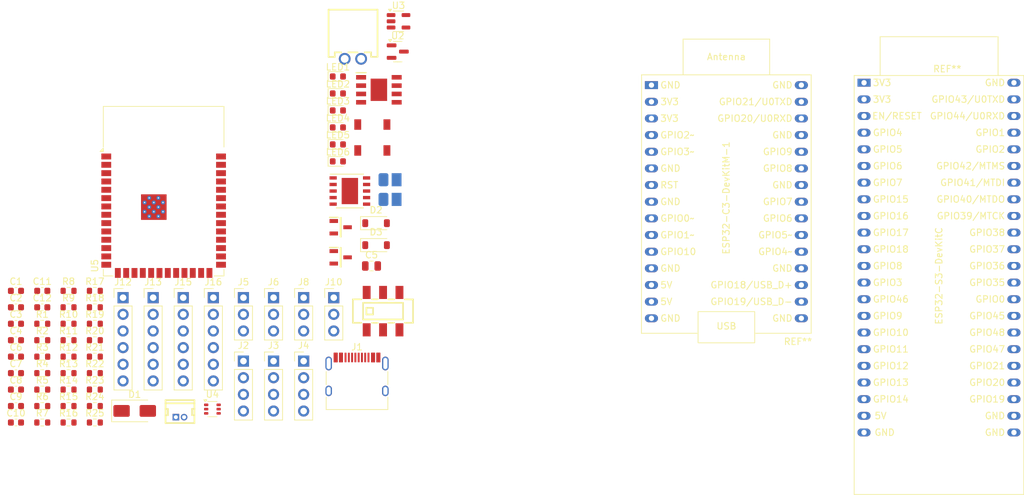
<source format=kicad_pcb>
(kicad_pcb (version 20241229) (generator "pcbnew") (generator_version "9.0")
  (layers (0 "F.Cu" signal) (2 "B.Cu" signal) (13 "F.Paste" user) (15 "B.Paste" user) (5 "F.SilkS" user "F.Silkscreen") (7 "B.SilkS" user "B.Silkscreen") (1 "F.Mask" user) (3 "B.Mask" user) (25 "Edge.Cuts" user))
  (net 0 "")
  (net 1 "Net-(U1-V3)")
  (net 2 "GND")
  (net 3 "VBUS")
  (net 4 "+3V3")
  (net 5 "Net-(U3-BP)")
  (net 6 "+BATT")
  (net 7 "Net-(D2-A)")
  (net 8 "Net-(D3-A)")
  (net 9 "/EN")
  (net 10 "+5V")
  (net 12 "Net-(J1-CC2)")
  (net 13 "Net-(J1-CC1)")
  (net 14 "/D-")
  (net 16 "/D+")
  (net 17 "/SDA2")
  (net 18 "/SCL2")
  (net 19 "/IO17")
  (net 20 "/IO20")
  (net 21 "/IO19")
  (net 22 "/IO18")
  (net 23 "/SDA")
  (net 24 "/SCL")
  (net 25 "/ECHO")
  (net 26 "/SDA1")
  (net 27 "/SCL1")
  (net 28 "/IO1")
  (net 29 "/RX")
  (net 30 "/IO48")
  (net 31 "/TX")
  (net 32 "/MOSI")
  (net 33 "/BUZ1")
  (net 34 "/BUZ2")
  (net 35 "/CS")
  (net 36 "/CLK")
  (net 37 "/MISO")
  (net 38 "Net-(LED1-A)")
  (net 39 "Net-(LED2-A)")
  (net 40 "Net-(LED3-A)")
  (net 41 "Net-(LED4-A)")
  (net 42 "Net-(LED5-K)")
  (net 43 "Net-(LED6-K)")
  (net 44 "/LED_GREEN")
  (net 45 "/LED_RED")
  (net 46 "/LED_BLUE")
  (net 47 "Net-(U1-RXD)")
  (net 48 "Net-(U1-TXD)")
  (net 49 "Net-(IC1-PROG)")
  (net 50 "/MOT_1")
  (net 51 "Net-(IC1-~{CHRG})")
  (net 52 "Net-(IC1-~{STDBY})")
  (net 53 "/MOT_2")
  (net 54 "/ADC_BAT")
  (net 55 "/IO0")
  (net 56 "/LDO_H")
  (net 57 "LDO_EN")
  (net 58 "/DTR")
  (net 59 "/RTS")
  (net 60 "/TRIG")
  (net 61 "/SERVO1")
  (net 62 "/SOIL1")
  (net 63 "/IO12")
  (net 64 "/SERVO2")
  (net 65 "/SOIL2")
  (net 66 "/IO47")
  (net 67 "/IO21")
  (footprint "Resistor_SMD:R_0603_1608Metric" (layer "F.Cu") (at 117.69 90.78)
    (property "Reference" "R12" (at 0 -1.43 0) (layer "F.SilkS"))
    (property "Value" "1K")
    (pad "1" smd roundrect (at -0.825 0) (size 0.8 0.95) (layers "F.Cu" "F.Mask" "F.Paste") (net 42 "Net-(LED5-K)"))
    (pad "2" smd roundrect (at 0.825 0) (size 0.8 0.95) (layers "F.Cu" "F.Mask" "F.Paste") (net 51 "Net-(IC1-~{CHRG})"))
  )
  (footprint "LED_SMD:LED_0603_1608Metric" (layer "F.Cu") (at 158.76 48.05)
    (property "Reference" "LED1" (at 0 -1.43 0) (layer "F.SilkS"))
    (property "Value" "LED_Green")
    (pad "1" smd roundrect (at -0.7875 0) (size 0.875 0.95) (layers "F.Cu" "F.Mask" "F.Paste") (net 2 "GND"))
    (pad "2" smd roundrect (at 0.7875 0) (size 0.875 0.95) (layers "F.Cu" "F.Mask" "F.Paste") (net 38 "Net-(LED1-A)"))
  )
  (footprint "Connector_PinHeader_2.54mm:PinHeader_1x03_P2.54mm_Vertical" (layer "F.Cu") (at 144.36 81.78)
    (property "Reference" "J5" (at 0 -2.38 0) (layer "F.SilkS"))
    (property "Value" "Conn_01x03")
    (pad "1" thru_hole rect (at 0 0) (size 1.7 1.7) (drill 1) (layers "*.Cu" "*.Mask") (net 61 "/SERVO1"))
    (pad "2" thru_hole circle (at 0 2.54) (size 1.7 1.7) (drill 1) (layers "*.Cu" "*.Mask") (net 6 "+BATT"))
    (pad "3" thru_hole circle (at 0 5.08) (size 1.7 1.7) (drill 1) (layers "*.Cu" "*.Mask") (net 2 "GND"))
  )
  (footprint "Connector_PinHeader_2.54mm:PinHeader_1x04_P2.54mm_Vertical" (layer "F.Cu") (at 148.95 91.45)
    (property "Reference" "J3" (at 0 -2.38 0) (layer "F.SilkS"))
    (property "Value" "Conn_01x04")
    (pad "1" thru_hole rect (at 0 0) (size 1.7 1.7) (drill 1) (layers "*.Cu" "*.Mask") (net 4 "+3V3"))
    (pad "2" thru_hole circle (at 0 2.54) (size 1.7 1.7) (drill 1) (layers "*.Cu" "*.Mask") (net 60 "/TRIG"))
    (pad "3" thru_hole circle (at 0 5.08) (size 1.7 1.7) (drill 1) (layers "*.Cu" "*.Mask") (net 25 "/ECHO"))
    (pad "4" thru_hole circle (at 0 7.62) (size 1.7 1.7) (drill 1) (layers "*.Cu" "*.Mask") (net 2 "GND"))
  )
  (footprint "PCM_Espressif:ESP32-C3-DevKitM-1" (layer "F.Cu") (at 206.582 49.3683)
    (property "Reference" "REF**" (at 22.352 39.116 0) (layer "F.SilkS"))
    (property "Value" "ESP32-C3-DevKitM-1" (at 11.4 17.2 270) (layer "F.SilkS"))
    (fp_text user "GPIO4~" (at 21.59 25.4 0) (layer "F.SilkS") (effects (justify right)))
    (fp_text user "GPIO21/U0TXD" (at 21.59 2.54 0) (layer "F.SilkS") (effects (justify right)))
    (fp_text user "5V" (at 1.27 30.48 0) (layer "F.SilkS") (effects (justify left)))
    (fp_text user "GPIO18/USB_D+" (at 21.59 30.48 0) (layer "F.SilkS") (effects (justify right)))
    (fp_text user "GPIO1~" (at 1.27 22.86 0) (layer "F.SilkS") (effects (justify left)))
    (fp_text user "Antenna" (at 11.43 -4.318 0) (layer "F.SilkS"))
    (fp_text user "GND" (at 1.27 35.56 0) (layer "F.SilkS") (effects (justify left)))
    (fp_text user "GPIO6" (at 21.59 20.32 0) (layer "F.SilkS") (effects (justify right)))
    (fp_text user "GPIO5~" (at 21.59 22.86 0) (layer "F.SilkS") (effects (justify right)))
    (fp_text user "3V3" (at 1.27 5.08 0) (layer "F.SilkS") (effects (justify left)))
    (fp_text user "GPIO8" (at 21.59 12.7 0) (layer "F.SilkS") (effects (justify right)))
    (fp_text user "GND" (at 1.27 17.78 0) (layer "F.SilkS") (effects (justify left)))
    (fp_text user "GND" (at 1.27 27.94 0) (layer "F.SilkS") (effects (justify left)))
    (fp_text user "5V" (at 1.27 33.02 0) (layer "F.SilkS") (effects (justify left)))
    (fp_text user "GPIO0~" (at 1.27 20.32 0) (layer "F.SilkS") (effects (justify left)))
    (fp_text user "GPIO19/USB_D-" (at 21.59 33.02 0) (layer "F.SilkS") (effects (justify right)))
    (fp_text user "GPIO7" (at 21.59 17.78 0) (layer "F.SilkS") (effects (justify right)))
    (fp_text user "GPIO10" (at 1.27 25.4 0) (layer "F.SilkS") (effects (justify left)))
    (fp_text user "USB" (at 11.43 37.338 0) (layer "F.SilkS") (effects (justify bottom)))
    (fp_text user "GND" (at 21.59 27.94 0) (layer "F.SilkS") (effects (justify right)))
    (fp_text user "GND" (at 1.27 12.7 0) (layer "F.SilkS") (effects (justify left)))
    (fp_text user "GPIO3~" (at 1.27 10.16 0) (layer "F.SilkS") (effects (justify left)))
    (fp_text user "GND" (at 21.59 0 0) (layer "F.SilkS") (effects (justify right)))
    (fp_text user "GND" (at 1.27 0 0) (layer "F.SilkS") (effects (justify left)))
    (fp_text user "GPIO20/U0RXD" (at 21.59 5.08 0) (layer "F.SilkS") (effects (justify right)))
    (fp_text user "GND" (at 21.59 35.56 0) (layer "F.SilkS") (effects (justify right)))
    (fp_text user "RST" (at 1.27 15.24 0) (layer "F.SilkS") (effects (justify left)))
    (fp_text user "GPIO9" (at 21.59 10.16 0) (layer "F.SilkS") (effects (justify right)))
    (fp_text user "GND" (at 21.59 7.62 0) (layer "F.SilkS") (effects (justify right)))
    (fp_text user "GPIO2~" (at 1.27 7.62 0) (layer "F.SilkS") (effects (justify left)))
    (fp_text user "3V3" (at 1.3 2.54 0) (layer "F.SilkS") (effects (justify left)))
    (fp_text user "GND" (at 21.59 15.24 0) (layer "F.SilkS") (effects (justify right)))
    (pad "1" thru_hole rect (at 0 0 270) (size 1.2 2) (drill 0.8) (layers "*.Cu" "*.Mask"))
    (pad "2" thru_hole oval (at 0 2.54 270) (size 1.2 2) (drill 0.8) (layers "*.Cu" "*.Mask"))
    (pad "3" thru_hole oval (at 0 5.08 270) (size 1.2 2) (drill 0.8) (layers "*.Cu" "*.Mask"))
    (pad "4" thru_hole oval (at 0 7.62 270) (size 1.2 2) (drill 0.8) (layers "*.Cu" "*.Mask"))
    (pad "5" thru_hole oval (at 0 10.16 270) (size 1.2 2) (drill 0.8) (layers "*.Cu" "*.Mask"))
    (pad "6" thru_hole oval (at 0 12.7 270) (size 1.2 2) (drill 0.8) (layers "*.Cu" "*.Mask"))
    (pad "7" thru_hole oval (at 0 15.24 270) (size 1.2 2) (drill 0.8) (layers "*.Cu" "*.Mask"))
    (pad "8" thru_hole oval (at 0 17.78 270) (size 1.2 2) (drill 0.8) (layers "*.Cu" "*.Mask"))
    (pad "9" thru_hole oval (at 0 20.32 270) (size 1.2 2) (drill 0.8) (layers "*.Cu" "*.Mask"))
    (pad "10" thru_hole oval (at 0 22.86 270) (size 1.2 2) (drill 0.8) (layers "*.Cu" "*.Mask"))
    (pad "11" thru_hole oval (at 0 25.4 270) (size 1.2 2) (drill 0.8) (layers "*.Cu" "*.Mask"))
    (pad "12" thru_hole oval (at 0 27.94 270) (size 1.2 2) (drill 0.8) (layers "*.Cu" "*.Mask"))
    (pad "13" thru_hole oval (at 0 30.48 270) (size 1.2 2) (drill 0.8) (layers "*.Cu" "*.Mask"))
    (pad "14" thru_hole oval (at 0 33.02 270) (size 1.2 2) (drill 0.8) (layers "*.Cu" "*.Mask"))
    (pad "15" thru_hole oval (at 0 35.56 270) (size 1.2 2) (drill 0.8) (layers "*.Cu" "*.Mask"))
    (pad "16" thru_hole oval (at 22.86 35.56 270) (size 1.2 2) (drill 0.8) (layers "*.Cu" "*.Mask"))
    (pad "17" thru_hole oval (at 22.86 33.02 270) (size 1.2 2) (drill 0.8) (layers "*.Cu" "*.Mask"))
    (pad "18" thru_hole oval (at 22.86 30.48 270) (size 1.2 2) (drill 0.8) (layers "*.Cu" "*.Mask"))
    (pad "19" thru_hole oval (at 22.86 27.94 270) (size 1.2 2) (drill 0.8) (layers "*.Cu" "*.Mask"))
    (pad "20" thru_hole oval (at 22.86 25.4 270) (size 1.2 2) (drill 0.8) (layers "*.Cu" "*.Mask"))
    (pad "21" thru_hole oval (at 22.86 22.86 270) (size 1.2 2) (drill 0.8) (layers "*.Cu" "*.Mask"))
    (pad "22" thru_hole oval (at 22.86 20.32 270) (size 1.2 2) (drill 0.8) (layers "*.Cu" "*.Mask"))
    (pad "23" thru_hole oval (at 22.86 17.78 270) (size 1.2 2) (drill 0.8) (layers "*.Cu" "*.Mask"))
    (pad "24" thru_hole oval (at 22.86 15.24 270) (size 1.2 2) (drill 0.8) (layers "*.Cu" "*.Mask"))
    (pad "25" thru_hole oval (at 22.86 12.7 270) (size 1.2 2) (drill 0.8) (layers "*.Cu" "*.Mask"))
    (pad "26" thru_hole oval (at 22.86 10.16 270) (size 1.2 2) (drill 0.8) (layers "*.Cu" "*.Mask"))
    (pad "27" thru_hole oval (at 22.86 7.62 270) (size 1.2 2) (drill 0.8) (layers "*.Cu" "*.Mask"))
    (pad "28" thru_hole oval (at 22.86 5.08 270) (size 1.2 2) (drill 0.8) (layers "*.Cu" "*.Mask"))
    (pad "29" thru_hole oval (at 22.86 2.54 270) (size 1.2 2) (drill 0.8) (layers "*.Cu" "*.Mask"))
    (pad "30" thru_hole oval (at 22.86 0 270) (size 1.2 2) (drill 0.8) (layers "*.Cu" "*.Mask"))
  )
  (footprint "Resistor_SMD:R_0603_1608Metric" (layer "F.Cu") (at 113.68 100.82)
    (property "Reference" "R7" (at 0 -1.43 0) (layer "F.SilkS"))
    (property "Value" "1K")
    (pad "1" smd roundrect (at -0.825 0) (size 0.8 0.95) (layers "F.Cu" "F.Mask" "F.Paste") (net 31 "/TX"))
    (pad "2" smd roundrect (at 0.825 0) (size 0.8 0.95) (layers "F.Cu" "F.Mask" "F.Paste") (net 47 "Net-(U1-RXD)"))
  )
  (footprint "Resistor_SMD:R_0603_1608Metric" (layer "F.Cu") (at 121.7 88.27)
    (property "Reference" "R20" (at 0 -1.43 0) (layer "F.SilkS"))
    (property "Value" "10k")
    (pad "1" smd roundrect (at -0.825 0) (size 0.8 0.95) (layers "F.Cu" "F.Mask" "F.Paste") (net 24 "/SCL"))
    (pad "2" smd roundrect (at 0.825 0) (size 0.8 0.95) (layers "F.Cu" "F.Mask" "F.Paste") (net 4 "+3V3"))
  )
  (footprint "Resistor_SMD:R_0603_1608Metric" (layer "F.Cu") (at 117.69 100.82)
    (property "Reference" "R16" (at 0 -1.43 0) (layer "F.SilkS"))
    (property "Value" "100K")
    (pad "1" smd roundrect (at -0.825 0) (size 0.8 0.95) (layers "F.Cu" "F.Mask" "F.Paste") (net 54 "/ADC_BAT"))
    (pad "2" smd roundrect (at 0.825 0) (size 0.8 0.95) (layers "F.Cu" "F.Mask" "F.Paste") (net 2 "GND"))
  )
  (footprint "LED_SMD:LED_0603_1608Metric" (layer "F.Cu") (at 158.76 50.64)
    (property "Reference" "LED2" (at 0 -1.43 0) (layer "F.SilkS"))
    (property "Value" "LED_Red")
    (pad "1" smd roundrect (at -0.7875 0) (size 0.875 0.95) (layers "F.Cu" "F.Mask" "F.Paste") (net 2 "GND"))
    (pad "2" smd roundrect (at 0.7875 0) (size 0.875 0.95) (layers "F.Cu" "F.Mask" "F.Paste") (net 39 "Net-(LED2-A)"))
  )
  (footprint "DroneV2:ESSOP-10_3.9x4.9mm_P1.00mm" (layer "F.Cu") (at 160.59 65.52)
    (property "Reference" "U1" (hide yes))
    (property "Value" "CH340K")
    (pad "1" smd rect (at -2.55 -2) (size 1.1 0.51) (layers "F.Cu" "F.Mask" "F.Paste") (net 16 "/D+"))
    (pad "2" smd rect (at -2.55 -1) (size 1.1 0.51) (layers "F.Cu" "F.Mask" "F.Paste") (net 14 "/D-"))
    (pad "3" smd rect (at -2.55 0) (size 1.1 0.51) (layers "F.Cu" "F.Mask" "F.Paste") (net 2 "GND"))
    (pad "4" smd rect (at -2.55 1) (size 1.1 0.51) (layers "F.Cu" "F.Mask" "F.Paste") (net 58 "/DTR"))
    (pad "5" smd rect (at -2.55 2) (size 1.1 0.51) (layers "F.Cu" "F.Mask" "F.Paste"))
    (pad "6" smd rect (at 2.55 2) (size 1.1 0.51) (layers "F.Cu" "F.Mask" "F.Paste") (net 59 "/RTS"))
    (pad "7" smd rect (at 2.55 1) (size 1.1 0.51) (layers "F.Cu" "F.Mask" "F.Paste") (net 4 "+3V3"))
    (pad "8" smd rect (at 2.55 0) (size 1.1 0.51) (layers "F.Cu" "F.Mask" "F.Paste") (net 48 "Net-(U1-TXD)"))
    (pad "9" smd rect (at 2.55 -1) (size 1.1 0.51) (layers "F.Cu" "F.Mask" "F.Paste") (net 47 "Net-(U1-RXD)"))
    (pad "10" smd rect (at 2.55 -2) (size 1.1 0.51) (layers "F.Cu" "F.Mask" "F.Paste") (net 1 "Net-(U1-V3)"))
    (pad "11" smd rect (at 0 0) (size 2.5 4) (layers "F.Cu" "F.Mask" "F.Paste") (net 2 "GND"))
  )
  (footprint "LED_SMD:LED_0603_1608Metric" (layer "F.Cu") (at 158.76 61)
    (property "Reference" "LED6" (at 0 -1.43 0) (layer "F.SilkS"))
    (property "Value" "LED_Blue")
    (pad "1" smd roundrect (at -0.7875 0) (size 0.875 0.95) (layers "F.Cu" "F.Mask" "F.Paste") (net 43 "Net-(LED6-K)"))
    (pad "2" smd roundrect (at 0.7875 0) (size 0.875 0.95) (layers "F.Cu" "F.Mask" "F.Paste") (net 10 "+5V"))
  )
  (footprint "Resistor_SMD:R_0603_1608Metric" (layer "F.Cu") (at 113.68 98.31)
    (property "Reference" "R6" (at 0 -1.43 0) (layer "F.SilkS"))
    (property "Value" "100K")
    (pad "1" smd roundrect (at -0.825 0) (size 0.8 0.95) (layers "F.Cu" "F.Mask" "F.Paste") (net 10 "+5V"))
    (pad "2" smd roundrect (at 0.825 0) (size 0.8 0.95) (layers "F.Cu" "F.Mask" "F.Paste") (net 2 "GND"))
  )
  (footprint "Resistor_SMD:R_0603_1608Metric" (layer "F.Cu") (at 117.69 95.8)
    (property "Reference" "R14" (at 0 -1.43 0) (layer "F.SilkS"))
    (property "Value" "10k")
    (pad "1" smd roundrect (at -0.825 0) (size 0.8 0.95) (layers "F.Cu" "F.Mask" "F.Paste") (net 2 "GND"))
    (pad "2" smd roundrect (at 0.825 0) (size 0.8 0.95) (layers "F.Cu" "F.Mask" "F.Paste") (net 53 "/MOT_2"))
  )
  (footprint "Connector_PinHeader_2.54mm:PinHeader_1x06_P2.54mm_Vertical" (layer "F.Cu") (at 126 81.78)
    (property "Reference" "J12" (at 0 -2.38 0) (layer "F.SilkS"))
    (property "Value" "Conn_01x06")
    (pad "1" thru_hole rect (at 0 0) (size 1.7 1.7) (drill 1) (layers "*.Cu" "*.Mask") (net 19 "/IO17"))
    (pad "2" thru_hole circle (at 0 2.54) (size 1.7 1.7) (drill 1) (layers "*.Cu" "*.Mask") (net 22 "/IO18"))
    (pad "3" thru_hole circle (at 0 5.08) (size 1.7 1.7) (drill 1) (layers "*.Cu" "*.Mask") (net 21 "/IO19"))
    (pad "4" thru_hole circle (at 0 7.62) (size 1.7 1.7) (drill 1) (layers "*.Cu" "*.Mask") (net 20 "/IO20"))
    (pad "5" thru_hole circle (at 0 10.16) (size 1.7 1.7) (drill 1) (layers "*.Cu" "*.Mask") (net 67 "/IO21"))
    (pad "6" thru_hole circle (at 0 12.7) (size 1.7 1.7) (drill 1) (layers "*.Cu" "*.Mask") (net 66 "/IO47"))
  )
  (footprint "Resistor_SMD:R_0603_1608Metric" (layer "F.Cu") (at 117.69 88.27)
    (property "Reference" "R11" (at 0 -1.43 0) (layer "F.SilkS"))
    (property "Value" "10k")
    (pad "1" smd roundrect (at -0.825 0) (size 0.8 0.95) (layers "F.Cu" "F.Mask" "F.Paste") (net 2 "GND"))
    (pad "2" smd roundrect (at 0.825 0) (size 0.8 0.95) (layers "F.Cu" "F.Mask" "F.Paste") (net 50 "/MOT_1"))
  )
  (footprint "Resistor_SMD:R_0603_1608Metric" (layer "F.Cu") (at 113.68 93.29)
    (property "Reference" "R4" (at 0 -1.43 0) (layer "F.SilkS"))
    (property "Value" "1K")
    (pad "1" smd roundrect (at -0.825 0) (size 0.8 0.95) (layers "F.Cu" "F.Mask" "F.Paste") (net 39 "Net-(LED2-A)"))
    (pad "2" smd roundrect (at 0.825 0) (size 0.8 0.95) (layers "F.Cu" "F.Mask" "F.Paste") (net 45 "/LED_RED"))
  )
  (footprint "Resistor_SMD:R_0603_1608Metric" (layer "F.Cu") (at 113.68 88.27)
    (property "Reference" "R2" (at 0 -1.43 0) (layer "F.SilkS"))
    (property "Value" "5.1K")
    (pad "1" smd roundrect (at -0.825 0) (size 0.8 0.95) (layers "F.Cu" "F.Mask" "F.Paste") (net 13 "Net-(J1-CC1)"))
    (pad "2" smd roundrect (at 0.825 0) (size 0.8 0.95) (layers "F.Cu" "F.Mask" "F.Paste") (net 2 "GND"))
  )
  (footprint "Connector_PinHeader_2.54mm:PinHeader_1x06_P2.54mm_Vertical" (layer "F.Cu") (at 135.18 81.78)
    (property "Reference" "J15" (at 0 -2.38 0) (layer "F.SilkS"))
    (property "Value" "Conn_01x06")
    (pad "1" thru_hole rect (at 0 0) (size 1.7 1.7) (drill 1) (layers "*.Cu" "*.Mask") (net 28 "/IO1"))
    (pad "2" thru_hole circle (at 0 2.54) (size 1.7 1.7) (drill 1) (layers "*.Cu" "*.Mask") (net 31 "/TX"))
    (pad "3" thru_hole circle (at 0 5.08) (size 1.7 1.7) (drill 1) (layers "*.Cu" "*.Mask") (net 29 "/RX"))
    (pad "4" thru_hole circle (at 0 7.62) (size 1.7 1.7) (drill 1) (layers "*.Cu" "*.Mask") (net 30 "/IO48"))
    (pad "5" thru_hole circle (at 0 10.16) (size 1.7 1.7) (drill 1) (layers "*.Cu" "*.Mask") (net 27 "/SCL1"))
    (pad "6" thru_hole circle (at 0 12.7) (size 1.7 1.7) (drill 1) (layers "*.Cu" "*.Mask") (net 26 "/SDA1"))
  )
  (footprint "Resistor_SMD:R_0603_1608Metric" (layer "F.Cu") (at 117.69 98.31)
    (property "Reference" "R15" (at 0 -1.43 0) (layer "F.SilkS"))
    (property "Value" "100K")
    (pad "1" smd roundrect (at -0.825 0) (size 0.8 0.95) (layers "F.Cu" "F.Mask" "F.Paste") (net 6 "+BATT"))
    (pad "2" smd roundrect (at 0.825 0) (size 0.8 0.95) (layers "F.Cu" "F.Mask" "F.Paste") (net 54 "/ADC_BAT"))
  )
  (footprint "Capacitor_SMD:C_0603_1608Metric" (layer "F.Cu") (at 109.67 98.31)
    (property "Reference" "C9" (at 0 -1.43 0) (layer "F.SilkS"))
    (property "Value" "1uF")
    (pad "1" smd roundrect (at -0.775 0) (size 0.9 0.95) (layers "F.Cu" "F.Mask" "F.Paste") (net 6 "+BATT"))
    (pad "2" smd roundrect (at 0.775 0) (size 0.9 0.95) (layers "F.Cu" "F.Mask" "F.Paste") (net 8 "Net-(D3-A)"))
  )
  (footprint "Resistor_SMD:R_0603_1608Metric" (layer "F.Cu") (at 121.7 95.8)
    (property "Reference" "R23" (at 0 -1.43 0) (layer "F.SilkS"))
    (property "Value" "100K")
    (pad "1" smd roundrect (at -0.825 0) (size 0.8 0.95) (layers "F.Cu" "F.Mask" "F.Paste") (net 3 "VBUS"))
    (pad "2" smd roundrect (at 0.825 0) (size 0.8 0.95) (layers "F.Cu" "F.Mask" "F.Paste") (net 56 "/LDO_H"))
  )
  (footprint "Capacitor_SMD:C_0603_1608Metric" (layer "F.Cu") (at 109.67 100.82)
    (property "Reference" "C10" (at 0 -1.43 0) (layer "F.SilkS"))
    (property "Value" "10uF")
    (pad "1" smd roundrect (at -0.775 0) (size 0.9 0.95) (layers "F.Cu" "F.Mask" "F.Paste") (net 4 "+3V3"))
    (pad "2" smd roundrect (at 0.775 0) (size 0.9 0.95) (layers "F.Cu" "F.Mask" "F.Paste") (net 2 "GND"))
  )
  (footprint "Resistor_SMD:R_0603_1608Metric" (layer "F.Cu") (at 113.68 95.8)
    (property "Reference" "R5" (at 0 -1.43 0) (layer "F.SilkS"))
    (property "Value" "1K")
    (pad "1" smd roundrect (at -0.825 0) (size 0.8 0.95) (layers "F.Cu" "F.Mask" "F.Paste") (net 40 "Net-(LED3-A)"))
    (pad "2" smd roundrect (at 0.825 0) (size 0.8 0.95) (layers "F.Cu" "F.Mask" "F.Paste") (net 46 "/LED_BLUE"))
  )
  (footprint "Diode_SMD:D_SMA" (layer "F.Cu") (at 127.775 99.05)
    (property "Reference" "D1" (at 0 -2.5 0) (layer "F.SilkS"))
    (property "Value" "SS34")
    (pad "1" smd roundrect (at -2 0) (size 2.5 1.8) (layers "F.Cu" "F.Mask" "F.Paste") (roundrect_rratio 0.1388888889) (net 3 "VBUS"))
    (pad "2" smd roundrect (at 2 0) (size 2.5 1.8) (layers "F.Cu" "F.Mask" "F.Paste") (roundrect_rratio 0.1388888889) (net 10 "+5V"))
  )
  (footprint "Connector_USB:USB_C_Receptacle_HRO_TYPE-C-31-M-12" (layer "F.Cu") (at 161.68 94.95)
    (property "Reference" "J1" (at 0 -5.645 0) (layer "F.SilkS"))
    (property "Value" "USB_C_Receptacle_USB2.0")
    (pad "" np_thru_hole circle (at -2.89 -2.6) (size 0.65 0.65) (drill 0.65) (layers "*.Cu" "*.Mask"))
    (pad "" np_thru_hole circle (at 2.89 -2.6) (size 0.65 0.65) (drill 0.65) (layers "*.Cu" "*.Mask"))
    (pad "A1" smd rect (at -3.25 -4.045) (size 0.6 1.45) (layers "F.Cu" "F.Mask" "F.Paste") (net 2 "GND"))
    (pad "A4" smd rect (at -2.45 -4.045) (size 0.6 1.45) (layers "F.Cu" "F.Mask" "F.Paste") (net 10 "+5V"))
    (pad "A5" smd rect (at -1.25 -4.045) (size 0.3 1.45) (layers "F.Cu" "F.Mask" "F.Paste") (net 13 "Net-(J1-CC1)"))
    (pad "A6" smd rect (at -0.25 -4.045) (size 0.3 1.45) (layers "F.Cu" "F.Mask" "F.Paste") (net 16 "/D+"))
    (pad "A7" smd rect (at 0.25 -4.045) (size 0.3 1.45) (layers "F.Cu" "F.Mask" "F.Paste") (net 14 "/D-"))
    (pad "A8" smd rect (at 1.25 -4.045) (size 0.3 1.45) (layers "F.Cu" "F.Mask" "F.Paste"))
    (pad "A9" smd rect (at 2.45 -4.045) (size 0.6 1.45) (layers "F.Cu" "F.Mask" "F.Paste") (net 10 "+5V"))
    (pad "A12" smd rect (at 3.25 -4.045) (size 0.6 1.45) (layers "F.Cu" "F.Mask" "F.Paste") (net 2 "GND"))
    (pad "B1" smd rect (at 3.25 -4.045) (size 0.6 1.45) (layers "F.Cu" "F.Mask" "F.Paste") (net 2 "GND"))
    (pad "B4" smd rect (at 2.45 -4.045) (size 0.6 1.45) (layers "F.Cu" "F.Mask" "F.Paste") (net 10 "+5V"))
    (pad "B5" smd rect (at 1.75 -4.045) (size 0.3 1.45) (layers "F.Cu" "F.Mask" "F.Paste") (net 12 "Net-(J1-CC2)"))
    (pad "B6" smd rect (at 0.75 -4.045) (size 0.3 1.45) (layers "F.Cu" "F.Mask" "F.Paste") (net 16 "/D+"))
    (pad "B7" smd rect (at -0.75 -4.045) (size 0.3 1.45) (layers "F.Cu" "F.Mask" "F.Paste") (net 14 "/D-"))
    (pad "B8" smd rect (at -1.75 -4.045) (size 0.3 1.45) (layers "F.Cu" "F.Mask" "F.Paste"))
    (pad "B9" smd rect (at -2.45 -4.045) (size 0.6 1.45) (layers "F.Cu" "F.Mask" "F.Paste") (net 10 "+5V"))
    (pad "B12" smd rect (at -3.25 -4.045) (size 0.6 1.45) (layers "F.Cu" "F.Mask" "F.Paste") (net 2 "GND"))
    (pad "S1" thru_hole oval (at -4.32 -3.13) (size 1 2.1) (drill oval 0.6 1.7) (property pad_prop_heatsink) (layers "*.Cu" "*.Mask") (net 2 "GND"))
    (pad "S1" thru_hole oval (at -4.32 1.05) (size 1 1.6) (drill oval 0.6 1.2) (property pad_prop_heatsink) (layers "*.Cu" "*.Mask") (net 2 "GND"))
    (pad "S1" thru_hole oval (at 4.32 -3.13) (size 1 2.1) (drill oval 0.6 1.7) (property pad_prop_heatsink) (layers "*.Cu" "*.Mask") (net 2 "GND"))
    (pad "S1" thru_hole oval (at 4.32 1.05) (size 1 1.6) (drill oval 0.6 1.2) (property pad_prop_heatsink) (layers "*.Cu" "*.Mask") (net 2 "GND"))
  )
  (footprint "LED_SMD:LED_0603_1608Metric" (layer "F.Cu") (at 158.76 55.82)
    (property "Reference" "LED4" (at 0 -1.43 0) (layer "F.SilkS"))
    (property "Value" "LED_Red")
    (pad "1" smd roundrect (at -0.7875 0) (size 0.875 0.95) (layers "F.Cu" "F.Mask" "F.Paste") (net 2 "GND"))
    (pad "2" smd roundrect (at 0.7875 0) (size 0.875 0.95) (layers "F.Cu" "F.Mask" "F.Paste") (net 41 "Net-(LED4-A)"))
  )
  (footprint "DroneV2:Tactile 3x4x2mm TS-A010" (layer "F.Cu") (at 164.015 55.38)
    (property "Reference" "SW1" (hide yes))
    (property "Value" "Tactile Switch 3x4x2")
    (pad "1" smd rect (at -2.225 0) (size 1.05 1.6) (layers "F.Cu" "F.Mask" "F.Paste") (net 2 "GND"))
    (pad "2" smd rect (at 2.225 0) (size 1.05 1.6) (layers "F.Cu" "F.Mask" "F.Paste") (net 55 "/IO0"))
  )
  (footprint "Resistor_SMD:R_0603_1608Metric" (layer "F.Cu") (at 117.69 85.76)
    (property "Reference" "R10" (at 0 -1.43 0) (layer "F.SilkS"))
    (property "Value" "1.2K")
    (pad "1" smd roundrect (at -0.825 0) (size 0.8 0.95) (layers "F.Cu" "F.Mask" "F.Paste") (net 49 "Net-(IC1-PROG)"))
    (pad "2" smd roundrect (at 0.825 0) (size 0.8 0.95) (layers "F.Cu" "F.Mask" "F.Paste") (net 2 "GND"))
  )
  (footprint "RF_Module:ESP32-S3-WROOM-1" (layer "F.Cu") (at 132.19 65.51)
    (property "Reference" "U5" (at -10.5 11.4 90) (layer "F.SilkS"))
    (property "Value" "ESP32-S3-WROOM-1")
    (pad "1" smd rect (at -8.75 -5.26) (size 1.5 0.9) (layers "F.Cu" "F.Mask" "F.Paste") (net 2 "GND"))
    (pad "2" smd rect (at -8.75 -3.99) (size 1.5 0.9) (layers "F.Cu" "F.Mask" "F.Paste") (net 4 "+3V3"))
    (pad "3" smd rect (at -8.75 -2.72) (size 1.5 0.9) (layers "F.Cu" "F.Mask" "F.Paste") (net 9 "/EN"))
    (pad "4" smd rect (at -8.75 -1.45) (size 1.5 0.9) (layers "F.Cu" "F.Mask" "F.Paste") (net 64 "/SERVO2"))
    (pad "5" smd rect (at -8.75 -0.18) (size 1.5 0.9) (layers "F.Cu" "F.Mask" "F.Paste") (net 50 "/MOT_1"))
    (pad "6" smd rect (at -8.75 1.09) (size 1.5 0.9) (layers "F.Cu" "F.Mask" "F.Paste") (net 53 "/MOT_2"))
    (pad "7" smd rect (at -8.75 2.36) (size 1.5 0.9) (layers "F.Cu" "F.Mask" "F.Paste") (net 46 "/LED_BLUE"))
    (pad "8" smd rect (at -8.75 3.63) (size 1.5 0.9) (layers "F.Cu" "F.Mask" "F.Paste") (net 17 "/SDA2"))
    (pad "9" smd rect (at -8.75 4.9) (size 1.5 0.9) (layers "F.Cu" "F.Mask" "F.Paste") (net 18 "/SCL2"))
    (pad "10" smd rect (at -8.75 6.17) (size 1.5 0.9) (layers "F.Cu" "F.Mask" "F.Paste") (net 19 "/IO17"))
    (pad "11" smd rect (at -8.75 7.44) (size 1.5 0.9) (layers "F.Cu" "F.Mask" "F.Paste") (net 22 "/IO18"))
    (pad "12" smd rect (at -8.75 8.71) (size 1.5 0.9) (layers "F.Cu" "F.Mask" "F.Paste") (net 45 "/LED_RED"))
    (pad "13" smd rect (at -8.75 9.98) (size 1.5 0.9) (layers "F.Cu" "F.Mask" "F.Paste") (net 21 "/IO19"))
    (pad "14" smd rect (at -8.75 11.25 180) (size 1.5 0.9) (layers "F.Cu" "F.Mask" "F.Paste") (net 20 "/IO20"))
    (pad "15" smd rect (at -6.985 12.5 270) (size 1.5 0.9) (layers "F.Cu" "F.Mask" "F.Paste") (net 61 "/SERVO1"))
    (pad "16" smd rect (at -5.715 12.5 270) (size 1.5 0.9) (layers "F.Cu" "F.Mask" "F.Paste") (net 65 "/SOIL2"))
    (pad "17" smd rect (at -4.445 12.5 270) (size 1.5 0.9) (layers "F.Cu" "F.Mask" "F.Paste") (net 44 "/LED_GREEN"))
    (pad "18" smd rect (at -3.175 12.5 270) (size 1.5 0.9) (layers "F.Cu" "F.Mask" "F.Paste") (net 24 "/SCL"))
    (pad "19" smd rect (at -1.905 12.5 270) (size 1.5 0.9) (layers "F.Cu" "F.Mask" "F.Paste") (net 23 "/SDA"))
    (pad "20" smd rect (at -0.635 12.5 270) (size 1.5 0.9) (layers "F.Cu" "F.Mask" "F.Paste") (net 63 "/IO12"))
    (pad "21" smd rect (at 0.635 12.5 270) (size 1.5 0.9) (layers "F.Cu" "F.Mask" "F.Paste") (net 60 "/TRIG"))
    (pad "22" smd rect (at 1.905 12.5 270) (size 1.5 0.9) (layers "F.Cu" "F.Mask" "F.Paste") (net 25 "/ECHO"))
    (pad "23" smd rect (at 3.175 12.5 270) (size 1.5 0.9) (layers "F.Cu" "F.Mask" "F.Paste") (net 67 "/IO21"))
    (pad "24" smd rect (at 4.445 12.5 270) (size 1.5 0.9) (layers "F.Cu" "F.Mask" "F.Paste") (net 66 "/IO47"))
    (pad "25" smd rect (at 5.715 12.5 270) (size 1.5 0.9) (layers "F.Cu" "F.Mask" "F.Paste") (net 30 "/IO48"))
    (pad "26" smd rect (at 6.985 12.5 270) (size 1.5 0.9) (layers "F.Cu" "F.Mask" "F.Paste") (net 62 "/SOIL1"))
    (pad "27" smd rect (at 8.75 11.25) (size 1.5 0.9) (layers "F.Cu" "F.Mask" "F.Paste") (net 55 "/IO0"))
    (pad "28" smd rect (at 8.75 9.98) (size 1.5 0.9) (layers "F.Cu" "F.Mask" "F.Paste") (net 32 "/MOSI"))
    (pad "29" smd rect (at 8.75 8.71) (size 1.5 0.9) (layers "F.Cu" "F.Mask" "F.Paste") (net 36 "/CLK"))
    (pad "30" smd rect (at 8.75 7.44) (size 1.5 0.9) (layers "F.Cu" "F.Mask" "F.Paste") (net 37 "/MISO"))
    (pad "31" smd rect (at 8.75 6.17) (size 1.5 0.9) (layers "F.Cu" "F.Mask" "F.Paste") (net 33 "/BUZ1"))
    (pad "32" smd rect (at 8.75 4.9) (size 1.5 0.9) (layers "F.Cu" "F.Mask" "F.Paste") (net 34 "/BUZ2"))
    (pad "33" smd rect (at 8.75 3.63) (size 1.5 0.9) (layers "F.Cu" "F.Mask" "F.Paste") (net 26 "/SDA1"))
    (pad "34" smd rect (at 8.75 2.36) (size 1.5 0.9) (layers "F.Cu" "F.Mask" "F.Paste") (net 27 "/SCL1"))
    (pad "35" smd rect (at 8.75 1.09) (size 1.5 0.9) (layers "F.Cu" "F.Mask" "F.Paste") (net 35 "/CS"))
    (pad "36" smd rect (at 8.75 -0.18) (size 1.5 0.9) (layers "F.Cu" "F.Mask" "F.Paste") (net 29 "/RX"))
    (pad "37" smd rect (at 8.75 -1.45) (size 1.5 0.9) (layers "F.Cu" "F.Mask" "F.Paste") (net 31 "/TX"))
    (pad "38" smd rect (at 8.75 -2.72) (size 1.5 0.9) (layers "F.Cu" "F.Mask" "F.Paste") (net 54 "/ADC_BAT"))
    (pad "39" smd rect (at 8.75 -3.99) (size 1.5 0.9) (layers "F.Cu" "F.Mask" "F.Paste") (net 28 "/IO1"))
    (pad "40" smd rect (at 8.75 -5.26) (size 1.5 0.9) (layers "F.Cu" "F.Mask" "F.Paste") (net 2 "GND"))
    (pad "41" thru_hole circle (at -2.9 1.76 90) (size 0.6 0.6) (drill 0.2) (property pad_prop_heatsink) (layers "*.Cu" "F.Mask") (net 2 "GND"))
    (pad "41" thru_hole circle (at -2.9 3.16) (size 0.6 0.6) (drill 0.2) (property pad_prop_heatsink) (layers "*.Cu" "F.Mask") (net 2 "GND"))
    (pad "41" thru_hole circle (at -2.2 1.06) (size 0.6 0.6) (drill 0.2) (property pad_prop_heatsink) (layers "*.Cu" "F.Mask") (net 2 "GND"))
    (pad "41" thru_hole circle (at -2.2 2.46) (size 0.6 0.6) (drill 0.2) (property pad_prop_heatsink) (layers "*.Cu" "F.Mask") (net 2 "GND"))
    (pad "41" thru_hole circle (at -2.2 3.86) (size 0.6 0.6) (drill 0.2) (property pad_prop_heatsink) (layers "*.Cu" "F.Mask") (net 2 "GND"))
    (pad "41" thru_hole circle (at -1.5 1.76) (size 0.6 0.6) (drill 0.2) (property pad_prop_heatsink) (layers "*.Cu" "F.Mask") (net 2 "GND"))
    (pad "41" smd rect (at -1.5 2.46 270) (size 3.9 3.9) (property pad_prop_heatsink) (layers "F.Cu" "F.Mask") (net 2 "GND"))
    (pad "41" thru_hole circle (at -1.5 3.16) (size 0.6 0.6) (drill 0.2) (property pad_prop_heatsink) (layers "*.Cu" "F.Mask") (net 2 "GND"))
    (pad "41" thru_hole circle (at -0.8 1.06) (size 0.6 0.6) (drill 0.2) (property pad_prop_heatsink) (layers "*.Cu" "F.Mask") (net 2 "GND"))
    (pad "41" thru_hole circle (at -0.8 2.46) (size 0.6 0.6) (drill 0.2) (property pad_prop_heatsink) (layers "*.Cu" "F.Mask") (net 2 "GND"))
    (pad "41" thru_hole circle (at -0.8 3.86) (size 0.6 0.6) (drill 0.2) (property pad_prop_heatsink) (layers "*.Cu" "F.Mask") (net 2 "GND"))
    (pad "41" thru_hole circle (at -0.1 1.76) (size 0.6 0.6) (drill 0.2) (property pad_prop_heatsink) (layers "*.Cu" "F.Mask") (net 2 "GND"))
    (pad "41" thru_hole circle (at -0.1 3.16) (size 0.6 0.6) (drill 0.2) (property pad_prop_heatsink) (layers "*.Cu" "F.Mask") (net 2 "GND"))
  )
  (footprint "DroneV2:Tactile 3x4x2mm TS-A010" (layer "F.Cu") (at 164.015 59.33)
    (property "Reference" "SW2" (hide yes))
    (property "Value" "Tactile Switch 3x4x2")
    (pad "1" smd rect (at -2.225 0) (size 1.05 1.6) (layers "F.Cu" "F.Mask" "F.Paste") (net 2 "GND"))
    (pad "2" smd rect (at 2.225 0) (size 1.05 1.6) (layers "F.Cu" "F.Mask" "F.Paste") (net 9 "/EN"))
  )
  (footprint "Diode_SMD:D_SOD-123" (layer "F.Cu") (at 164.585 73.77)
    (property "Reference" "D3" (at 0 -2 0) (layer "F.SilkS"))
    (property "Value" "1N4148W")
    (pad "1" smd roundrect (at -1.65 0) (size 0.9 1.2) (layers "F.Cu" "F.Mask" "F.Paste") (net 6 "+BATT"))
    (pad "2" smd roundrect (at 1.65 0) (size 0.9 1.2) (layers "F.Cu" "F.Mask" "F.Paste") (net 8 "Net-(D3-A)"))
  )
  (footprint "DroneV2:JST_PH_B2B-PH-K_1x02_P2.00mm_Vertical" (layer "F.Cu") (at 165.715 66.795)
    (property "Reference" "J11" (hide yes))
    (property "Value" "Conn_01x02_Female")
    (pad "1" smd roundrect (at 0 0) (size 1.5 2) (layers "B.Cu" "B.Mask" "B.Paste") (roundrect_rratio 0.208333) (net 6 "+BATT"))
    (pad "2" smd rect (at 2.000001 0) (size 1.5 2) (layers "B.Cu" "B.Mask" "B.Paste") (net 8 "Net-(D3-A)"))
  )
  (footprint "Capacitor_SMD:C_0603_1608Metric" (layer "F.Cu") (at 109.67 88.27)
    (property "Reference" "C4" (at 0 -1.43 0) (layer "F.SilkS"))
    (property "Value" "470pF")
    (pad "1" smd roundrect (at -0.775 0) (size 0.9 0.95) (layers "F.Cu" "F.Mask" "F.Paste") (net 5 "Net-(U3-BP)"))
    (pad "2" smd roundrect (at 0.775 0) (size 0.9 0.95) (layers "F.Cu" "F.Mask" "F.Paste") (net 2 "GND"))
  )
  (footprint "Package_TO_SOT_SMD:SOT-23-5" (layer "F.Cu") (at 168.01 39.635)
    (property "Reference" "U3" (at 0 -2.4 0) (layer "F.SilkS"))
    (property "Value" "SPX3819M5-L-3-3/TR")
    (pad "1" smd roundrect (at -1.1375 -0.95) (size 1.325 0.6) (layers "F.Cu" "F.Mask" "F.Paste") (net 3 "VBUS"))
    (pad "2" smd roundrect (at -1.1375 0) (size 1.325 0.6) (layers "F.Cu" "F.Mask" "F.Paste") (net 2 "GND"))
    (pad "3" smd roundrect (at -1.1375 0.95) (size 1.325 0.6) (layers "F.Cu" "F.Mask" "F.Paste") (net 57 "LDO_EN"))
    (pad "4" smd roundrect (at 1.1375 0.95) (size 1.325 0.6) (layers "F.Cu" "F.Mask" "F.Paste") (net 5 "Net-(U3-BP)"))
    (pad "5" smd roundrect (at 1.1375 -0.95) (size 1.325 0.6) (layers "F.Cu" "F.Mask" "F.Paste") (net 4 "+3V3"))
  )
  (footprint "DroneV2:JST_PH_B2B-PH-K_1x02_P2.00mm_Vertical" (layer "F.Cu") (at 165.715 63.795)
    (property "Reference" "J7" (hide yes))
    (property "Value" "Conn_01x02_Female")
    (pad "1" smd roundrect (at 0 0) (size 1.5 2) (layers "B.Cu" "B.Mask" "B.Paste") (roundrect_rratio 0.208333) (net 6 "+BATT"))
    (pad "2" smd rect (at 2.000001 0) (size 1.5 2) (layers "B.Cu" "B.Mask" "B.Paste") (net 7 "Net-(D2-A)"))
  )
  (footprint "Package_TO_SOT_SMD:SOT-23" (layer "F.Cu") (at 167.89 44.255)
    (property "Reference" "U2" (at 0 -2.4 0) (layer "F.SilkS"))
    (property "Value" "AO3401A")
    (pad "1" smd roundrect (at -0.9375 -0.95) (size 1.475 0.6) (layers "F.Cu" "F.Mask" "F.Paste") (net 10 "+5V"))
    (pad "2" smd roundrect (at -0.9375 0.95) (size 1.475 0.6) (layers "F.Cu" "F.Mask" "F.Paste") (net 3 "VBUS"))
    (pad "3" smd roundrect (at 0.9375 0) (size 1.475 0.6) (layers "F.Cu" "F.Mask" "F.Paste") (net 6 "+BATT"))
  )
  (footprint "Resistor_SMD:R_0603_1608Metric" (layer "F.Cu") (at 113.68 85.76)
    (property "Reference" "R1" (at 0 -1.43 0) (layer "F.SilkS"))
    (property "Value" "5.1K")
    (pad "1" smd roundrect (at -0.825 0) (size 0.8 0.95) (layers "F.Cu" "F.Mask" "F.Paste") (net 12 "Net-(J1-CC2)"))
    (pad "2" smd roundrect (at 0.825 0) (size 0.8 0.95) (layers "F.Cu" "F.Mask" "F.Paste") (net 2 "GND"))
  )
  (footprint "Resistor_SMD:R_0603_1608Metric" (layer "F.Cu") (at 121.7 80.74)
    (property "Reference" "R17" (at 0 -1.43 0) (layer "F.SilkS"))
    (property "Value" "10k")
    (pad "1" smd roundrect (at -0.825 0) (size 0.8 0.95) (layers "F.Cu" "F.Mask" "F.Paste") (net 18 "/SCL2"))
    (pad "2" smd roundrect (at 0.825 0) (size 0.8 0.95) (layers "F.Cu" "F.Mask" "F.Paste") (net 4 "+3V3"))
  )
  (footprint "DroneV2:CONN-TH_1.25T-2A_1.25T-2A" (layer "F.Cu") (at 134.6829 100.002)
    (property "Reference" "J14" (hide yes))
    (property "Value" "Conn_01x02" (hide yes))
    (pad "1" thru_hole rect (at -0.6251 0) (size 1 1) (drill 0.6) (layers "*.Cu" "*.Mask") (net 34 "/BUZ2"))
    (pad "2" thru_hole oval (at 0.6251 0) (size 1 1) (drill 0.6) (layers "*.Cu" "*.Mask") (net 33 "/BUZ1"))
  )
  (footprint "Diode_SMD:D_SOD-123" (layer "F.Cu") (at 164.585 70.42)
    (property "Reference" "D2" (at 0 -2 0) (layer "F.SilkS"))
    (property "Value" "1N4148W")
    (pad "1" smd roundrect (at -1.65 0) (size 0.9 1.2) (layers "F.Cu" "F.Mask" "F.Paste") (net 6 "+BATT"))
    (pad "2" smd roundrect (at 1.65 0) (size 0.9 1.2) (layers "F.Cu" "F.Mask" "F.Paste") (net 7 "Net-(D2-A)"))
  )
  (footprint "Resistor_SMD:R_0603_1608Metric" (layer "F.Cu") (at 117.69 93.29)
    (property "Reference" "R13" (at 0 -1.43 0) (layer "F.SilkS"))
    (property "Value" "1K")
    (pad "1" smd roundrect (at -0.825 0) (size 0.8 0.95) (layers "F.Cu" "F.Mask" "F.Paste") (net 43 "Net-(LED6-K)"))
    (pad "2" smd roundrect (at 0.825 0) (size 0.8 0.95) (layers "F.Cu" "F.Mask" "F.Paste") (net 52 "Net-(IC1-~{STDBY})"))
  )
  (footprint "Connector_PinHeader_2.54mm:PinHeader_1x03_P2.54mm_Vertical" (layer "F.Cu") (at 153.54 81.78)
    (property "Reference" "J8" (at 0 -2.38 0) (layer "F.SilkS"))
    (property "Value" "Conn_01x03")
    (pad "1" thru_hole rect (at 0 0) (size 1.7 1.7) (drill 1) (layers "*.Cu" "*.Mask") (net 64 "/SERVO2"))
    (pad "2" thru_hole circle (at 0 2.54) (size 1.7 1.7) (drill 1) (layers "*.Cu" "*.Mask") (net 6 "+BATT"))
    (pad "3" thru_hole circle (at 0 5.08) (size 1.7 1.7) (drill 1) (layers "*.Cu" "*.Mask") (net 2 "GND"))
  )
  (footprint "Resistor_SMD:R_0603_1608Metric" (layer "F.Cu") (at 121.7 90.78)
    (property "Reference" "R21" (at 0 -1.43 0) (layer "F.SilkS"))
    (property "Value" "10k")
    (pad "1" smd roundrect (at -0.825 0) (size 0.8 0.95) (layers "F.Cu" "F.Mask" "F.Paste") (net 9 "/EN"))
    (pad "2" smd roundrect (at 0.825 0) (size 0.8 0.95) (layers "F.Cu" "F.Mask" "F.Paste") (net 4 "+3V3"))
  )
  (footprint "Capacitor_SMD:C_0603_1608Metric" (layer "F.Cu") (at 109.67 85.76)
    (property "Reference" "C3" (at 0 -1.43 0) (layer "F.SilkS"))
    (property "Value" "100nF")
    (pad "1" smd roundrect (at -0.775 0) (size 0.9 0.95) (layers "F.Cu" "F.Mask" "F.Paste") (net 4 "+3V3"))
    (pad "2" smd roundrect (at 0.775 0) (size 0.9 0.95) (layers "F.Cu" "F.Mask" "F.Paste") (net 2 "GND"))
  )
  (footprint "Capacitor_SMD:C_0603_1608Metric" (layer "F.Cu") (at 109.67 95.8)
    (property "Reference" "C8" (at 0 -1.43 0) (layer "F.SilkS"))
    (property "Value" "10uF")
    (pad "1" smd roundrect (at -0.775 0) (size 0.9 0.95) (layers "F.Cu" "F.Mask" "F.Paste") (net 6 "+BATT"))
    (pad "2" smd roundrect (at 0.775 0) (size 0.9 0.95) (layers "F.Cu" "F.Mask" "F.Paste") (net 2 "GND"))
  )
  (footprint "Resistor_SMD:R_0603_1608Metric" (layer "F.Cu") (at 117.69 80.74)
    (property "Reference" "R8" (at 0 -1.43 0) (layer "F.SilkS"))
    (property "Value" "1K")
    (pad "1" smd roundrect (at -0.825 0) (size 0.8 0.95) (layers "F.Cu" "F.Mask" "F.Paste") (net 29 "/RX"))
    (pad "2" smd roundrect (at 0.825 0) (size 0.8 0.95) (layers "F.Cu" "F.Mask" "F.Paste") (net 48 "Net-(U1-TXD)"))
  )
  (footprint "DroneV2:SOT95P237X112-3N" (layer "F.Cu") (at 159.19 75.63)
    (property "Reference" "T2" (hide yes))
    (property "Value" "IRLML6344TRPBF" (hide yes))
    (pad "1" smd rect (at -1.050001 -0.95 90) (size 0.6 1.3) (layers "F.Cu" "F.Mask" "F.Paste") (net 53 "/MOT_2"))
    (pad "2" smd rect (at -1.050001 0.95 90) (size 0.6 1.3) (layers "F.Cu" "F.Mask" "F.Paste") (net 2 "GND"))
    (pad "3" smd rect (at 1.05 0 90) (size 0.6 1.3) (layers "F.Cu" "F.Mask" "F.Paste") (net 8 "Net-(D3-A)"))
  )
  (footprint "Connector_PinHeader_2.54mm:PinHeader_1x06_P2.54mm_Vertical" (layer "F.Cu") (at 139.77 81.78)
    (property "Reference" "J16" (at 0 -2.38 0) (layer "F.SilkS"))
    (property "Value" "Conn_01x06")
    (pad "1" thru_hole rect (at 0 0) (size 1.7 1.7) (drill 1) (layers "*.Cu" "*.Mask") (net 35 "/CS"))
    (pad "2" thru_hole circle (at 0 2.54) (size 1.7 1.7) (drill 1) (layers "*.Cu" "*.Mask") (net 32 "/MOSI"))
    (pad "3" thru_hole circle (at 0 5.08) (size 1.7 1.7) (drill 1) (layers "*.Cu" "*.Mask") (net 36 "/CLK"))
    (pad "4" thru_hole circle (at 0 7.62) (size 1.7 1.7) (drill 1) (layers "*.Cu" "*.Mask") (net 37 "/MISO"))
    (pad "5" thru_hole circle (at 0 10.16) (size 1.7 1.7) (drill 1) (layers "*.Cu" "*.Mask") (net 33 "/BUZ1"))
    (pad "6" thru_hole circle (at 0 12.7) (size 1.7 1.7) (drill 1) (layers "*.Cu" "*.Mask") (net 34 "/BUZ2"))
  )
  (footprint "Capacitor_SMD:C_0603_1608Metric" (layer "F.Cu") (at 109.67 80.74)
    (property "Reference" "C1" (at 0 -1.43 0) (layer "F.SilkS"))
    (property "Value" "100nF")
    (pad "1" smd roundrect (at -0.775 0) (size 0.9 0.95) (layers "F.Cu" "F.Mask" "F.Paste") (net 2 "GND"))
    (pad "2" smd roundrect (at 0.775 0) (size 0.9 0.95) (layers "F.Cu" "F.Mask" "F.Paste") (net 1 "Net-(U1-V3)"))
  )
  (footprint "Resistor_SMD:R_0603_1608Metric" (layer "F.Cu") (at 121.7 83.25)
    (property "Reference" "R18" (at 0 -1.43 0) (layer "F.SilkS"))
    (property "Value" "10k")
    (pad "1" smd roundrect (at -0.825 0) (size 0.8 0.95) (layers "F.Cu" "F.Mask" "F.Paste") (net 17 "/SDA2"))
    (pad "2" smd roundrect (at 0.825 0) (size 0.8 0.95) (layers "F.Cu" "F.Mask" "F.Paste") (net 4 "+3V3"))
  )
  (footprint "Capacitor_SMD:C_0603_1608Metric" (layer "F.Cu") (at 113.68 83.25)
    (property "Reference" "C12" (at 0 -1.43 0) (layer "F.SilkS"))
    (property "Value" "100nF")
    (pad "1" smd roundrect (at -0.775 0) (size 0.9 0.95) (layers "F.Cu" "F.Mask" "F.Paste") (net 9 "/EN"))
    (pad "2" smd roundrect (at 0.775 0) (size 0.9 0.95) (layers "F.Cu" "F.Mask" "F.Paste") (net 2 "GND"))
  )
  (footprint "Resistor_SMD:R_0603_1608Metric" (layer "F.Cu") (at 121.7 98.31)
    (property "Reference" "R24" (at 0 -1.43 0) (layer "F.SilkS"))
    (property "Value" "10k")
    (pad "1" smd roundrect (at -0.825 0) (size 0.8 0.95) (layers "F.Cu" "F.Mask" "F.Paste") (net 26 "/SDA1"))
    (pad "2" smd roundrect (at 0.825 0) (size 0.8 0.95) (layers "F.Cu" "F.Mask" "F.Paste") (net 4 "+3V3"))
  )
  (footprint "Connector_PinHeader_2.54mm:PinHeader_1x03_P2.54mm_Vertical" (layer "F.Cu") (at 148.95 81.78)
    (property "Reference" "J6" (at 0 -2.38 0) (layer "F.SilkS"))
    (property "Value" "Conn_01x03")
    (pad "1" thru_hole rect (at 0 0) (size 1.7 1.7) (drill 1) (layers "*.Cu" "*.Mask") (net 62 "/SOIL1"))
    (pad "2" thru_hole circle (at 0 2.54) (size 1.7 1.7) (drill 1) (layers "*.Cu" "*.Mask") (net 4 "+3V3"))
    (pad "3" thru_hole circle (at 0 5.08) (size 1.7 1.7) (drill 1) (layers "*.Cu" "*.Mask") (net 2 "GND"))
  )
  (footprint "Connector_PinHeader_2.54mm:PinHeader_1x03_P2.54mm_Vertical" (layer "F.Cu") (at 158.13 81.78)
    (property "Reference" "J10" (at 0 -2.38 0) (layer "F.SilkS"))
    (property "Value" "Conn_01x03")
    (pad "1" thru_hole rect (at 0 0) (size 1.7 1.7) (drill 1) (layers "*.Cu" "*.Mask") (net 65 "/SOIL2"))
    (pad "2" thru_hole circle (at 0 2.54) (size 1.7 1.7) (drill 1) (layers "*.Cu" "*.Mask") (net 4 "+3V3"))
    (pad "3" thru_hole circle (at 0 5.08) (size 1.7 1.7) (drill 1) (layers "*.Cu" "*.Mask") (net 2 "GND"))
  )
  (footprint "Resistor_SMD:R_0603_1608Metric" (layer "F.Cu") (at 121.7 85.76)
    (property "Reference" "R19" (at 0 -1.43 0) (layer "F.SilkS"))
    (property "Value" "10k")
    (pad "1" smd roundrect (at -0.825 0) (size 0.8 0.95) (layers "F.Cu" "F.Mask" "F.Paste") (net 23 "/SDA"))
    (pad "2" smd roundrect (at 0.825 0) (size 0.8 0.95) (layers "F.Cu" "F.Mask" "F.Paste") (net 4 "+3V3"))
  )
  (footprint "LED_SMD:LED_0603_1608Metric" (layer "F.Cu") (at 158.76 58.41)
    (property "Reference" "LED5" (at 0 -1.43 0) (layer "F.SilkS"))
    (property "Value" "LED_Red")
    (pad "1" smd roundrect (at -0.7875 0) (size 0.875 0.95) (layers "F.Cu" "F.Mask" "F.Paste") (net 42 "Net-(LED5-K)"))
    (pad "2" smd roundrect (at 0.7875 0) (size 0.875 0.95) (layers "F.Cu" "F.Mask" "F.Paste") (net 10 "+5V"))
  )
  (footprint "PCM_Espressif:ESP32-S3-DevKitC" (layer "F.Cu") (at 239 49)
    (property "Reference" "REF**" (at 12.7 -2.1 0) (layer "F.SilkS"))
    (property "Value" "ESP32-S3-DevKitC" (at 11.42632 29.46128 90) (layer "F.SilkS"))
    (fp_text user "5V" (at 1.52032 50.79728 0) (layer "F.SilkS") (effects (justify left)))
    (fp_text user "GPIO42/MTMS" (at 21.59 12.7 0) (layer "F.SilkS") (effects (justify right)))
    (fp_text user "GPIO19" (at 21.59 48.26 0) (layer "F.SilkS") (effects (justify right)))
    (fp_text user "GPIO35" (at 21.59 30.48 0) (layer "F.SilkS") (effects (justify right)))
    (fp_text user "GPIO45" (at 21.59 35.56 0) (layer "F.SilkS") (effects (justify right)))
    (fp_text user "GPIO40/MTDO" (at 21.59 17.78 0) (layer "F.SilkS") (effects (justify right)))
    (fp_text user "GPIO41/MTDI" (at 21.59 15.24 0) (layer "F.SilkS") (effects (justify right)))
    (fp_text user "GPIO21" (at 21.59 43.18 0) (layer "F.SilkS") (effects (justify right)))
    (fp_text user "GPIO43/U0TXD" (at 21.59 2.54 0) (layer "F.SilkS") (effects (justify right)))
    (fp_text user "GPIO14" (at 1.27 48.26 0) (layer "F.SilkS") (effects (justify left)))
    (fp_text user "GPIO36" (at 21.59 27.94 0) (layer "F.SilkS") (effects (justify right)))
    (fp_text user "GPIO18" (at 1.27 25.4 0) (layer "F.SilkS") (effects (justify left)))
    (fp_text user "GND" (at 1.52032 53.33728 0) (layer "F.SilkS") (effects (justify left)))
    (fp_text user "GPIO2" (at 21.59 10.16 0) (layer "F.SilkS") (effects (justify right)))
    (fp_text user "GPIO0" (at 21.59 33.02 0) (layer "F.SilkS") (effects (justify right)))
    (fp_text user "GPIO46" (at 1.27 33.02 0) (layer "F.SilkS") (effects (justify left)))
    (fp_text user "GPIO10" (at 1.27 38.1 0) (layer "F.SilkS") (effects (justify left)))
    (fp_text user "GPIO12" (at 1.27 43.18 0) (layer "F.SilkS") (effects (justify left)))
    (fp_text user "3V3" (at 1.27 2.54 0) (layer "F.SilkS") (effects (justify left)))
    (fp_text user "GPIO5" (at 1.27 10.16 0) (layer "F.SilkS") (effects (justify left)))
    (fp_text user "GPIO15" (at 1.27 17.78 0) (layer "F.SilkS") (effects (justify left)))
    (fp_text user "GPIO44/U0RXD" (at 21.59 5.08 0) (layer "F.SilkS") (effects (justify right)))
    (fp_text user "GPIO13" (at 1.27 45.72 0) (layer "F.SilkS") (effects (justify left)))
    (fp_text user "3V3" (at 1.27 0 0) (layer "F.SilkS") (effects (justify left)))
    (fp_text user "GND" (at 21.59 0 0) (layer "F.SilkS") (effects (justify right)))
    (fp_text user "GPIO11" (at 1.27 40.64 0) (layer "F.SilkS") (effects (justify left)))
    (fp_text user "GPIO3" (at 1.27 30.48 0) (layer "F.SilkS") (effects (justify left)))
    (fp_text user "EN/RESET" (at 8.88632 5.07728 0) (layer "F.SilkS") (effects (justify right)))
    (fp_text user "GPIO47" (at 21.59 40.64 0) (layer "F.SilkS") (effects (justify right)))
    (fp_text user "GPIO6" (at 1.27 12.7 0) (layer "F.SilkS") (effects (justify left)))
    (fp_text user "GPIO38" (at 21.59 22.86 0) (layer "F.SilkS") (effects (justify right)))
    (fp_text user "GPIO9" (at 1.27 35.56 0) (layer "F.SilkS") (effects (justify left)))
    (fp_text user "GPIO1" (at 21.59 7.62 0) (layer "F.SilkS") (effects (justify right)))
    (fp_text user "GND" (at 21.59 53.34 0) (layer "F.SilkS") (effects (justify right)))
    (fp_text user "GND" (at 21.59 50.8 0) (layer "F.SilkS") (effects (justify right)))
    (fp_text user "GPIO16" (at 1.27 20.32 0) (layer "F.SilkS") (effects (justify left)))
    (fp_text user "GPIO48" (at 21.59 38.1 0) (layer "F.SilkS") (effects (justify right)))
    (fp_text user "GPIO7" (at 1.27 15.24 0) (layer "F.SilkS") (effects (justify left)))
    (fp_text user "GPIO39/MTCK" (at 21.59 20.32 0) (layer "F.SilkS") (effects (justify right)))
    (fp_text user "GPIO20" (at 21.59 45.72 0) (layer "F.SilkS") (effects (justify right)))
    (fp_text user "GPIO17" (at 1.27 22.86 0) (layer "F.SilkS") (effects (justify left)))
    (fp_text user "GPIO4" (at 1.27 7.62 0) (layer "F.SilkS") (effects (justify left)))
    (fp_text user "GPIO37" (at 21.59 25.4 0) (layer "F.SilkS") (effects (justify right)))
    (fp_text user "GPIO8" (at 1.27 27.94 0) (layer "F.SilkS") (effects (justify left)))
    (pad "1" thru_hole rect (at 0 0 270) (size 1.2 2) (drill 0.8) (layers "*.Cu" "*.Mask"))
    (pad "2" thru_hole oval (at 0 2.54 270) (size 1.2 2) (drill 0.8) (layers "*.Cu" "*.Mask"))
    (pad "3" thru_hole oval (at 0 5.08 270) (size 1.2 2) (drill 0.8) (layers "*.Cu" "*.Mask"))
    (pad "4" thru_hole oval (at 0 7.62 270) (size 1.2 2) (drill 0.8) (layers "*.Cu" "*.Mask"))
    (pad "5" thru_hole oval (at 0 10.16 270) (size 1.2 2) (drill 0.8) (layers "*.Cu" "*.Mask"))
    (pad "6" thru_hole oval (at 0 12.7 270) (size 1.2 2) (drill 0.8) (layers "*.Cu" "*.Mask"))
    (pad "7" thru_hole oval (at 0 15.24 270) (size 1.2 2) (drill 0.8) (layers "*.Cu" "*.Mask"))
    (pad "8" thru_hole oval (at 0 17.78 270) (size 1.2 2) (drill 0.8) (layers "*.Cu" "*.Mask"))
    (pad "9" thru_hole oval (at 0 20.32 270) (size 1.2 2) (drill 0.8) (layers "*.Cu" "*.Mask"))
    (pad "10" thru_hole oval (at 0 22.86 270) (size 1.2 2) (drill 0.8) (layers "*.Cu" "*.Mask"))
    (pad "11" thru_hole oval (at 0 25.4 270) (size 1.2 2) (drill 0.8) (layers "*.Cu" "*.Mask"))
    (pad "12" thru_hole oval (at 0 27.94 270) (size 1.2 2) (drill 0.8) (layers "*.Cu" "*.Mask"))
    (pad "13" thru_hole oval (at 0 30.48 270) (size 1.2 2) (drill 0.8) (layers "*.Cu" "*.Mask"))
    (pad "14" thru_hole oval (at 0 33.02 270) (size 1.2 2) (drill 0.8) (layers "*.Cu" "*.Mask"))
    (pad "15" thru_hole oval (at 0 35.56 270) (size 1.2 2) (drill 0.8) (layers "*.Cu" "*.Mask"))
    (pad "16" thru_hole oval (at 0 38.1 270) (size 1.2 2) (drill 0.8) (layers "*.Cu" "*.Mask"))
    (pad "17" thru_hole oval (at 0 40.64 270) (size 1.2 2) (drill 0.8) (layers "*.Cu" "*.Mask"))
    (pad "18" thru_hole oval (at 0 43.18 270) (size 1.2 2) (drill 0.8) (layers "*.Cu" "*.Mask"))
    (pad "19" thru_hole oval (at 0 45.72 270) (size 1.2 2) (drill 0.8) (layers "*.Cu" "*.Mask"))
    (pad "20" thru_hole oval (at -0.00368 48.25728 270) (size 1.2 2) (drill 0.8) (layers "*.Cu" "*.Mask"))
    (pad "21" thru_hole oval (at -0.00368 50.79728 270) (size 1.2 2) (drill 0.8) (layers "*.Cu" "*.Mask"))
    (pad "22" thru_hole oval (at -0.00368 53.33728 270) (size 1.2 2) (drill 0.8) (layers "*.Cu" "*.Mask"))
    (pad "23" thru_hole oval (at 22.86 53.34 270) (size 1.2 2) (drill 0.8) (layers "*.Cu" "*.Mask"))
    (pad "24" thru_hole oval (at 22.86 50.8 270) (size 1.2 2) (drill 0.8) (layers "*.Cu" "*.Mask"))
    (pad "25" thru_hole oval (at 22.86 48.26 270) (size 1.2 2) (drill 0.8) (layers "*.Cu" "*.Mask"))
    (pad "26" thru_hole oval (at 22.86 45.72 270) (size 1.2 2) (drill 0.8) (layers "*.Cu" "*.Mask"))
    (pad "27" thru_hole oval (at 22.86 43.18 270) (size 1.2 2) (drill 0.8) (layers "*.Cu" "*.Mask"))
    (pad "28" thru_hole oval (at 22.86 40.64 270) (size 1.2 2) (drill 0.8) (layers "*.Cu" "*.Mask"))
    (pad "29" thru_hole oval (at 22.86 38.1 270) (size 1.2 2) (drill 0.8) (layers "*.Cu" "*.Mask"))
    (pad "30" thru_hole oval (at 22.86 35.56 270) (size 1.2 2) (drill 0.8) (layers "*.Cu" "*.Mask"))
    (pad "31" thru_hole oval (at 22.86 33.02 270) (size 1.2 2) (drill 0.8) (layers "*.Cu" "*.Mask"))
    (pad "32" thru_hole oval (at 22.86 30.48 270) (size 1.2 2) (drill 0.8) (layers "*.Cu" "*.Mask"))
    (pad "33" thru_hole oval (at 22.86 27.94 270) (size 1.2 2) (drill 0.8) (layers "*.Cu" "*.Mask"))
    (pad "34" thru_hole oval (at 22.86 25.4 270) (size 1.2 2) (drill 0.8) (layers "*.Cu" "*.Mask"))
    (pad "35" thru_hole oval (at 22.86 22.86 270) (size 1.2 2) (drill 0.8) (layers "*.Cu" "*.Mask"))
    (pad "36" thru_hole oval (at 22.86 20.32 270) (size 1.2 2) (drill 0.8) (layers "*.Cu" "*.Mask"))
    (pad "37" thru_hole oval (at 22.86 17.78 270) (size 1.2 2) (drill 0.8) (layers "*.Cu" "*.Mask"))
    (pad "38" thru_hole oval (at 22.86 15.24 270) (size 1.2 2) (drill 0.8) (layers "*.Cu" "*.Mask"))
    (pad "39" thru_hole oval (at 22.86 12.7 270) (size 1.2 2) (drill 0.8) (layers "*.Cu" "*.Mask"))
    (pad "40" thru_hole oval (at 22.86 10.16 270) (size 1.2 2) (drill 0.8) (layers "*.Cu" "*.Mask"))
    (pad "41" thru_hole oval (at 22.86 7.62 270) (size 1.2 2) (drill 0.8) (layers "*.Cu" "*.Mask"))
    (pad "42" thru_hole oval (at 22.86 5.08 270) (size 1.2 2) (drill 0.8) (layers "*.Cu" "*.Mask"))
    (pad "43" thru_hole oval (at 22.86 2.54 270) (size 1.2 2) (drill 0.8) (layers "*.Cu" "*.Mask"))
    (pad "44" thru_hole oval (at 22.86 0 270) (size 1.2 2) (drill 0.8) (layers "*.Cu" "*.Mask"))
  )
  (footprint "DroneV2:SOT95P237X112-3N" (layer "F.Cu") (at 159.19 71.04)
    (property "Reference" "T1" (hide yes))
    (property "Value" "IRLML6344TRPBF" (hide yes))
    (pad "1" smd rect (at -1.050001 -0.95 90) (size 0.6 1.3) (layers "F.Cu" "F.Mask" "F.Paste") (net 50 "/MOT_1"))
    (pad "2" smd rect (at -1.050001 0.95 90) (size 0.6 1.3) (layers "F.Cu" "F.Mask" "F.Paste") (net 2 "GND"))
    (pad "3" smd rect (at 1.05 0 90) (size 0.6 1.3) (layers "F.Cu" "F.Mask" "F.Paste") (net 7 "Net-(D2-A)"))
  )
  (footprint "Capacitor_SMD:C_0603_1608Metric" (layer "F.Cu") (at 109.67 83.25)
    (property "Reference" "C2" (at 0 -1.43 0) (layer "F.SilkS"))
    (property "Value" "10uF")
    (pad "1" smd roundrect (at -0.775 0) (size 0.9 0.95) (layers "F.Cu" "F.Mask" "F.Paste") (net 3 "VBUS"))
    (pad "2" smd roundrect (at 0.775 0) (size 0.9 0.95) (layers "F.Cu" "F.Mask" "F.Paste") (net 2 "GND"))
  )
  (footprint "Connector_PinHeader_2.54mm:PinHeader_1x04_P2.54mm_Vertical" (layer "F.Cu") (at 153.54 91.45)
    (property "Reference" "J4" (at 0 -2.38 0) (layer "F.SilkS"))
    (property "Value" "Conn_01x04")
    (pad "1" thru_hole rect (at 0 0) (size 1.7 1.7) (drill 1) (layers "*.Cu" "*.Mask") (net 27 "/SCL1"))
    (pad "2" thru_hole circle (at 0 2.54) (size 1.7 1.7) (drill 1) (layers "*.Cu" "*.Mask") (net 26 "/SDA1"))
    (pad "3" thru_hole circle (at 0 5.08) (size 1.7 1.7) (drill 1) (layers "*.Cu" "*.Mask") (net 4 "+3V3"))
    (pad "4" thru_hole circle (at 0 7.62) (size 1.7 1.7) (drill 1) (layers "*.Cu" "*.Mask") (net 2 "GND"))
  )
  (footprint "Capacitor_SMD:C_0603_1608Metric" (layer "F.Cu") (at 109.67 93.29)
    (property "Reference" "C7" (at 0 -1.43 0) (layer "F.SilkS"))
    (property "Value" "1uF")
    (pad "1" smd roundrect (at -0.775 0) (size 0.9 0.95) (layers "F.Cu" "F.Mask" "F.Paste") (net 6 "+BATT"))
    (pad "2" smd roundrect (at 0.775 0) (size 0.9 0.95) (layers "F.Cu" "F.Mask" "F.Paste") (net 7 "Net-(D2-A)"))
  )
  (footprint "Package_TO_SOT_SMD:SOT-363_SC-70-6" (layer "F.Cu") (at 139.63 98.775)
    (property "Reference" "U4" (at 0 -2.25 0) (layer "F.SilkS"))
    (property "Value" "2N27002DW")
    (pad "1" smd roundrect (at -0.95 -0.65) (size 0.65 0.4) (layers "F.Cu" "F.Mask" "F.Paste") (net 59 "/RTS"))
    (pad "2" smd roundrect (at -0.95 0) (size 0.65 0.4) (layers "F.Cu" "F.Mask" "F.Paste") (net 58 "/DTR"))
    (pad "3" smd roundrect (at -0.95 0.65) (size 0.65 0.4) (layers "F.Cu" "F.Mask" "F.Paste") (net 55 "/IO0"))
    (pad "4" smd roundrect (at 0.95 0.65) (size 0.65 0.4) (layers "F.Cu" "F.Mask" "F.Paste") (net 58 "/DTR"))
    (pad "5" smd roundrect (at 0.95 0) (size 0.65 0.4) (layers "F.Cu" "F.Mask" "F.Paste") (net 59 "/RTS"))
    (pad "6" smd roundrect (at 0.95 -0.65) (size 0.65 0.4) (layers "F.Cu" "F.Mask" "F.Paste") (net 9 "/EN"))
  )
  (footprint "DroneV2:SOIC127P600X175-9N" (layer "F.Cu") (at 165.015 50.08)
    (property "Reference" "IC1" (hide yes))
    (property "Value" "TP4056" (hide yes))
    (pad "1" smd rect (at -2.712 -1.905 90) (size 0.7 1.525) (layers "F.Cu" "F.Mask" "F.Paste") (net 2 "GND"))
    (pad "2" smd rect (at -2.712 -0.635 90) (size 0.7 1.525) (layers "F.Cu" "F.Mask" "F.Paste") (net 49 "Net-(IC1-PROG)"))
    (pad "3" smd rect (at -2.712 0.635 90) (size 0.7 1.525) (layers "F.Cu" "F.Mask" "F.Paste") (net 2 "GND"))
    (pad "4" smd rect (at -2.712 1.905 90) (size 0.7 1.525) (layers "F.Cu" "F.Mask" "F.Paste") (net 10 "+5V"))
    (pad "5" smd rect (at 2.712 1.905 90) (size 0.7 1.525) (layers "F.Cu" "F.Mask" "F.Paste") (net 6 "+BATT"))
    (pad "6" smd rect (at 2.712 0.635 90) (size 0.7 1.525) (layers "F.Cu" "F.Mask" "F.Paste") (net 52 "Net-(IC1-~{STDBY})"))
    (pad "7" smd rect (at 2.712 -0.635 90) (size 0.7 1.525) (layers "F.Cu" "F.Mask" "F.Paste") (net 51 "Net-(IC1-~{CHRG})"))
    (pad "8" smd rect (at 2.712 -1.905 90) (size 0.7 1.525) (layers "F.Cu" "F.Mask" "F.Paste") (net 10 "+5V"))
    (pad "9" smd rect (at 0 0) (size 2.513 3.402) (layers "F.Cu" "F.Mask" "F.Paste") (net 2 "GND"))
  )
  (footprint "DroneV2:CONN-TH_2P-P2.50_XH-2AW" (layer "F.Cu") (at 161.0568 45.3582)
    (property "Reference" "J9" (hide yes))
    (property "Value" "JST XH 2P 2.50mm SMD Hoz" (hide yes))
    (pad "1" thru_hole oval (at 1.251001 0) (size 1.8 1.8) (drill 1.1988) (layers "*.Cu" "*.Mask") (net 6 "+BATT"))
    (pad "2" thru_hole oval (at -1.251001 0) (size 1.8 1.8) (drill 1.1988) (layers "*.Cu" "*.Mask") (net 2 "GND"))
  )
  (footprint "Capacitor_SMD:C_0805_2012Metric" (layer "F.Cu") (at 163.89 76.95)
    (property "Reference" "C5" (at 0 -1.68 0) (layer "F.SilkS"))
    (property "Value" "2.2uF")
    (pad "1" smd roundrect (at -0.95 0) (size 1 1.45) (layers "F.Cu" "F.Mask" "F.Paste") (net 4 "+3V3"))
    (pad "2" smd roundrect (at 0.95 0) (size 1 1.45) (layers "F.Cu" "F.Mask" "F.Paste") (net 2 "GND"))
  )
  (footprint "Connector_PinHeader_2.54mm:PinHeader_1x06_P2.54mm_Vertical" (layer "F.Cu") (at 130.59 81.78)
    (property "Reference" "J13" (at 0 -2.38 0) (layer "F.SilkS"))
    (property "Value" "Conn_01x06")
    (pad "1" thru_hole rect (at 0 0) (size 1.7 1.7) (drill 1) (layers "*.Cu" "*.Mask") (net 3 "VBUS"))
    (pad "2" thru_hole circle (at 0 2.54) (size 1.7 1.7) (drill 1) (layers "*.Cu" "*.Mask") (net 2 "GND"))
    (pad "3" thru_hole circle (at 0 5.08) (size 1.7 1.7) (drill 1) (layers "*.Cu" "*.Mask") (net 4 "+3V3"))
    (pad "4" thru_hole circle (at 0 7.62) (size 1.7 1.7) (drill 1) (layers "*.Cu" "*.Mask") (net 63 "/IO12"))
    (pad "5" thru_hole circle (at 0 10.16) (size 1.7 1.7) (drill 1) (layers "*.Cu" "*.Mask") (net 23 "/SDA"))
    (pad "6" thru_hole circle (at 0 12.7) (size 1.7 1.7) (drill 1) (layers "*.Cu" "*.Mask") (net 24 "/SCL"))
  )
  (footprint "Resistor_SMD:R_0603_1608Metric" (layer "F.Cu") (at 121.7 100.82)
    (property "Reference" "R25" (at 0 -1.43 0) (layer "F.SilkS"))
    (property "Value" "10k")
    (pad "1" smd roundrect (at -0.825 0) (size 0.8 0.95) (layers "F.Cu" "F.Mask" "F.Paste") (net 27 "/SCL1"))
    (pad "2" smd roundrect (at 0.825 0) (size 0.8 0.95) (layers "F.Cu" "F.Mask" "F.Paste") (net 4 "+3V3"))
  )
  (footprint "Resistor_SMD:R_0603_1608Metric" (layer "F.Cu") (at 117.69 83.25)
    (property "Reference" "R9" (at 0 -1.43 0) (layer "F.SilkS"))
    (property "Value" "470R")
    (pad "1" smd roundrect (at -0.825 0) (size 0.8 0.95) (layers "F.Cu" "F.Mask" "F.Paste") (net 41 "Net-(LED4-A)"))
    (pad "2" smd roundrect (at 0.825 0) (size 0.8 0.95) (layers "F.Cu" "F.Mask" "F.Paste") (net 4 "+3V3"))
  )
  (footprint "Connector_PinHeader_2.54mm:PinHeader_1x04_P2.54mm_Vertical" (layer "F.Cu") (at 144.36 91.45)
    (property "Reference" "J2" (at 0 -2.38 0) (layer "F.SilkS"))
    (property "Value" "Conn_01x04")
    (pad "1" thru_hole rect (at 0 0) (size 1.7 1.7) (drill 1) (layers "*.Cu" "*.Mask") (net 17 "/SDA2"))
    (pad "2" thru_hole circle (at 0 2.54) (size 1.7 1.7) (drill 1) (layers "*.Cu" "*.Mask") (net 18 "/SCL2"))
    (pad "3" thru_hole circle (at 0 5.08) (size 1.7 1.7) (drill 1) (layers "*.Cu" "*.Mask") (net 2 "GND"))
    (pad "4" thru_hole circle (at 0 7.62) (size 1.7 1.7) (drill 1) (layers "*.Cu" "*.Mask") (net 4 "+3V3"))
  )
  (footprint "Resistor_SMD:R_0603_1608Metric" (layer "F.Cu") (at 121.7 93.29)
    (property "Reference" "R22" (at 0 -1.43 0) (layer "F.SilkS"))
    (property "Value" "10k")
    (pad "1" smd roundrect (at -0.825 0) (size 0.8 0.95) (layers "F.Cu" "F.Mask" "F.Paste") (net 55 "/IO0"))
    (pad "2" smd roundrect (at 0.825 0) (size 0.8 0.95) (layers "F.Cu" "F.Mask" "F.Paste") (net 4 "+3V3"))
  )
  (footprint "LED_SMD:LED_0603_1608Metric" (layer "F.Cu") (at 158.76 53.23)
    (property "Reference" "LED3" (at 0 -1.43 0) (layer "F.SilkS"))
    (property "Value" "LED_Blue")
    (pad "1" smd roundrect (at -0.7875 0) (size 0.875 0.95) (layers "F.Cu" "F.Mask" "F.Paste") (net 2 "GND"))
    (pad "2" smd roundrect (at 0.7875 0) (size 0.875 0.95) (layers "F.Cu" "F.Mask" "F.Paste") (net 40 "Net-(LED3-A)"))
  )
  (footprint "Capacitor_SMD:C_0603_1608Metric" (layer "F.Cu") (at 113.68 80.74)
    (property "Reference" "C11" (at 0 -1.43 0) (layer "F.SilkS"))
    (property "Value" "100nF")
    (pad "1" smd roundrect (at -0.775 0) (size 0.9 0.95) (layers "F.Cu" "F.Mask" "F.Paste") (net 4 "+3V3"))
    (pad "2" smd roundrect (at 0.775 0) (size 0.9 0.95) (layers "F.Cu" "F.Mask" "F.Paste") (net 2 "GND"))
  )
  (footprint "Capacitor_SMD:C_0603_1608Metric" (layer "F.Cu") (at 109.67 90.78)
    (property "Reference" "C6" (at 0 -1.43 0) (layer "F.SilkS"))
    (property "Value" "10uF")
    (pad "1" smd roundrect (at -0.775 0) (size 0.9 0.95) (layers "F.Cu" "F.Mask" "F.Paste") (net 4 "+3V3"))
    (pad "2" smd roundrect (at 0.775 0) (size 0.9 0.95) (layers "F.Cu" "F.Mask" "F.Paste") (net 2 "GND"))
  )
  (footprint "Resistor_SMD:R_0603_1608Metric" (layer "F.Cu") (at 113.68 90.78)
    (property "Reference" "R3" (at 0 -1.43 0) (layer "F.SilkS"))
    (property "Value" "1K")
    (pad "1" smd roundrect (at -0.825 0) (size 0.8 0.95) (layers "F.Cu" "F.Mask" "F.Paste") (net 38 "Net-(LED1-A)"))
    (pad "2" smd roundrect (at 0.825 0) (size 0.8 0.95) (layers "F.Cu" "F.Mask" "F.Paste") (net 44 "/LED_GREEN"))
  )
  (footprint "DroneV2:SW-SMD_MST22D18G2" (layer "F.Cu") (at 165.652 83.835)
    (property "Reference" "SW3" (hide yes))
    (property "Value" "MST22D18G2_125" (hide yes))
    (pad "1" smd rect (at -2.4999 -2.85 180) (size 1.1999 2) (layers "F.Cu" "F.Mask" "F.Paste") (net 2 "GND"))
    (pad "2" smd rect (at 0 -2.85 180) (size 1.1999 2) (layers "F.Cu" "F.Mask" "F.Paste") (net 57 "LDO_EN"))
    (pad "3" smd rect (at 2.4999 -2.85 180) (size 1.1999 2) (layers "F.Cu" "F.Mask" "F.Paste") (net 56 "/LDO_H"))
    (pad "4" smd rect (at -2.4999 2.85 180) (size 1.1999 2) (layers "F.Cu" "F.Mask" "F.Paste") (net 2 "GND"))
    (pad "5" smd rect (at 0 2.8498 180) (size 1.1999 2) (layers "F.Cu" "F.Mask" "F.Paste"))
    (pad "6" smd rect (at 2.4999 2.85 180) (size 1.1999 2) (layers "F.Cu" "F.Mask" "F.Paste"))
  )
)
</source>
